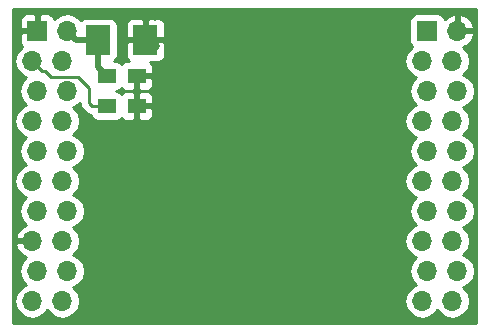
<source format=gbl>
G04 #@! TF.GenerationSoftware,KiCad,Pcbnew,no-vcs-found-08c4a0b~58~ubuntu16.04.1*
G04 #@! TF.CreationDate,2017-08-29T22:54:34+03:00*
G04 #@! TF.ProjectId,Bitsoko-ESP32-module-v2,426974736F6B6F2D45535033322D6D6F,1*
G04 #@! TF.SameCoordinates,Original
G04 #@! TF.FileFunction,Copper,L2,Bot,Signal*
G04 #@! TF.FilePolarity,Positive*
%FSLAX46Y46*%
G04 Gerber Fmt 4.6, Leading zero omitted, Abs format (unit mm)*
G04 Created by KiCad (PCBNEW no-vcs-found-08c4a0b~58~ubuntu16.04.1) date Tue Aug 29 22:54:34 2017*
%MOMM*%
%LPD*%
G01*
G04 APERTURE LIST*
%ADD10R,1.500000X1.250000*%
%ADD11R,2.000000X2.500000*%
%ADD12O,1.700000X1.700000*%
%ADD13R,1.700000X1.700000*%
%ADD14C,0.800000*%
%ADD15C,0.250000*%
%ADD16C,0.508000*%
%ADD17C,0.254000*%
G04 APERTURE END LIST*
D10*
X130536000Y-85090000D03*
X128036000Y-85090000D03*
X128036000Y-82550000D03*
X130536000Y-82550000D03*
D11*
X127286000Y-79502000D03*
X131286000Y-79502000D03*
D12*
X124256800Y-101600000D03*
X121716800Y-101600000D03*
X124663200Y-99060000D03*
X122123200Y-99060000D03*
X124256800Y-96520000D03*
X121716800Y-96520000D03*
X124663200Y-93980000D03*
X122123200Y-93980000D03*
X124256800Y-91440000D03*
X121716800Y-91440000D03*
X124663200Y-88900000D03*
X122123200Y-88900000D03*
X124256800Y-86360000D03*
X121716800Y-86360000D03*
X124663200Y-83820000D03*
X122123200Y-83820000D03*
X124256800Y-81280000D03*
X121716800Y-81280000D03*
X124663200Y-78740000D03*
D13*
X122123200Y-78740000D03*
X155143200Y-78740000D03*
D12*
X157683200Y-78740000D03*
X154736800Y-81280000D03*
X157276800Y-81280000D03*
X155143200Y-83820000D03*
X157683200Y-83820000D03*
X154736800Y-86360000D03*
X157276800Y-86360000D03*
X155143200Y-88900000D03*
X157683200Y-88900000D03*
X154736800Y-91440000D03*
X157276800Y-91440000D03*
X155143200Y-93980000D03*
X157683200Y-93980000D03*
X154736800Y-96520000D03*
X157276800Y-96520000D03*
X155143200Y-99060000D03*
X157683200Y-99060000D03*
X154736800Y-101600000D03*
X157276800Y-101600000D03*
D14*
X147320000Y-95250000D03*
X149860000Y-96520000D03*
X147320000Y-97790000D03*
X127000000Y-95250000D03*
X129540000Y-96520000D03*
X132080000Y-97790000D03*
X127000000Y-102870000D03*
X144780000Y-102870000D03*
X149860000Y-102870000D03*
X132080000Y-86360000D03*
X134620000Y-86360000D03*
X144780000Y-86360000D03*
X147320000Y-86360000D03*
X132080000Y-92710000D03*
X134620000Y-92710000D03*
X137160000Y-92710000D03*
X139700000Y-92710000D03*
X142240000Y-92710000D03*
X144780000Y-92710000D03*
X147320000Y-92710000D03*
X132080000Y-90170000D03*
X134620000Y-90170000D03*
X137160000Y-90170000D03*
X139700000Y-90170000D03*
X142240000Y-90170000D03*
X144780000Y-90170000D03*
X147320000Y-90170000D03*
X132080000Y-82550000D03*
X134620000Y-82550000D03*
X137160000Y-82550000D03*
X139700000Y-82550000D03*
X142240000Y-82550000D03*
X144780000Y-82550000D03*
X147320000Y-82550000D03*
X132080000Y-80010000D03*
X134620000Y-80010000D03*
X137160000Y-80010000D03*
X139700000Y-80010000D03*
X142240000Y-80010000D03*
X144780000Y-80010000D03*
X147320000Y-80010000D03*
X132080000Y-77470000D03*
X134620000Y-77470000D03*
X137160000Y-77470000D03*
X139700000Y-77470000D03*
X142240000Y-77470000D03*
X144780000Y-77470000D03*
X147320000Y-77470000D03*
X140462000Y-102616000D03*
X152146000Y-101854000D03*
X140716000Y-87630000D03*
X140716000Y-86360000D03*
X140716000Y-85090000D03*
X139319000Y-85090000D03*
X139319000Y-86360000D03*
X139319000Y-87630000D03*
X137922000Y-87630000D03*
X137922000Y-86360000D03*
X137922000Y-85090000D03*
D15*
X126492000Y-84836000D02*
X126746000Y-85090000D01*
X126746000Y-85090000D02*
X128036000Y-85090000D01*
X126492000Y-83566000D02*
X126492000Y-84836000D01*
X125570999Y-82644999D02*
X126492000Y-83566000D01*
X122769999Y-82129999D02*
X123284999Y-82644999D01*
X123284999Y-82644999D02*
X125570999Y-82644999D01*
X121716800Y-81280000D02*
X122566799Y-82129999D01*
X122566799Y-82129999D02*
X122769999Y-82129999D01*
D16*
X127286000Y-79502000D02*
X127286000Y-81800000D01*
X127286000Y-81800000D02*
X128036000Y-82550000D01*
X127286000Y-79502000D02*
X125425200Y-79502000D01*
X125425200Y-79502000D02*
X124663200Y-78740000D01*
D17*
G36*
X159310000Y-103430000D02*
X120090000Y-103430000D01*
X120090000Y-81280000D01*
X120202707Y-81280000D01*
X120315746Y-81848285D01*
X120637653Y-82330054D01*
X121119422Y-82651961D01*
X121197413Y-82667474D01*
X121044053Y-82769946D01*
X120722146Y-83251715D01*
X120609107Y-83820000D01*
X120722146Y-84388285D01*
X121044053Y-84870054D01*
X121197413Y-84972526D01*
X121119422Y-84988039D01*
X120637653Y-85309946D01*
X120315746Y-85791715D01*
X120202707Y-86360000D01*
X120315746Y-86928285D01*
X120637653Y-87410054D01*
X121119422Y-87731961D01*
X121197413Y-87747474D01*
X121044053Y-87849946D01*
X120722146Y-88331715D01*
X120609107Y-88900000D01*
X120722146Y-89468285D01*
X121044053Y-89950054D01*
X121197413Y-90052526D01*
X121119422Y-90068039D01*
X120637653Y-90389946D01*
X120315746Y-90871715D01*
X120202707Y-91440000D01*
X120315746Y-92008285D01*
X120637653Y-92490054D01*
X121119422Y-92811961D01*
X121197413Y-92827474D01*
X121044053Y-92929946D01*
X120722146Y-93411715D01*
X120609107Y-93980000D01*
X120722146Y-94548285D01*
X121044053Y-95030054D01*
X121217012Y-95145622D01*
X120835442Y-95324817D01*
X120445155Y-95753076D01*
X120275324Y-96163110D01*
X120396645Y-96393000D01*
X121589800Y-96393000D01*
X121589800Y-96373000D01*
X121843800Y-96373000D01*
X121843800Y-96393000D01*
X121863800Y-96393000D01*
X121863800Y-96647000D01*
X121843800Y-96647000D01*
X121843800Y-96667000D01*
X121589800Y-96667000D01*
X121589800Y-96647000D01*
X120396645Y-96647000D01*
X120275324Y-96876890D01*
X120445155Y-97286924D01*
X120835442Y-97715183D01*
X121217012Y-97894378D01*
X121044053Y-98009946D01*
X120722146Y-98491715D01*
X120609107Y-99060000D01*
X120722146Y-99628285D01*
X121044053Y-100110054D01*
X121197413Y-100212526D01*
X121119422Y-100228039D01*
X120637653Y-100549946D01*
X120315746Y-101031715D01*
X120202707Y-101600000D01*
X120315746Y-102168285D01*
X120637653Y-102650054D01*
X121119422Y-102971961D01*
X121687707Y-103085000D01*
X121745893Y-103085000D01*
X122314178Y-102971961D01*
X122795947Y-102650054D01*
X122986800Y-102364422D01*
X123177653Y-102650054D01*
X123659422Y-102971961D01*
X124227707Y-103085000D01*
X124285893Y-103085000D01*
X124854178Y-102971961D01*
X125335947Y-102650054D01*
X125657854Y-102168285D01*
X125770893Y-101600000D01*
X125657854Y-101031715D01*
X125335947Y-100549946D01*
X125182587Y-100447474D01*
X125260578Y-100431961D01*
X125742347Y-100110054D01*
X126064254Y-99628285D01*
X126177293Y-99060000D01*
X126064254Y-98491715D01*
X125742347Y-98009946D01*
X125260578Y-97688039D01*
X125182587Y-97672526D01*
X125335947Y-97570054D01*
X125657854Y-97088285D01*
X125770893Y-96520000D01*
X125657854Y-95951715D01*
X125335947Y-95469946D01*
X125182587Y-95367474D01*
X125260578Y-95351961D01*
X125742347Y-95030054D01*
X126064254Y-94548285D01*
X126177293Y-93980000D01*
X126064254Y-93411715D01*
X125742347Y-92929946D01*
X125260578Y-92608039D01*
X125182587Y-92592526D01*
X125335947Y-92490054D01*
X125657854Y-92008285D01*
X125770893Y-91440000D01*
X125657854Y-90871715D01*
X125335947Y-90389946D01*
X125182587Y-90287474D01*
X125260578Y-90271961D01*
X125742347Y-89950054D01*
X126064254Y-89468285D01*
X126177293Y-88900000D01*
X126064254Y-88331715D01*
X125742347Y-87849946D01*
X125260578Y-87528039D01*
X125182587Y-87512526D01*
X125335947Y-87410054D01*
X125657854Y-86928285D01*
X125770893Y-86360000D01*
X125657854Y-85791715D01*
X125335947Y-85309946D01*
X125182587Y-85207474D01*
X125260578Y-85191961D01*
X125739193Y-84872161D01*
X125789852Y-85126839D01*
X125954599Y-85373401D01*
X126208599Y-85627401D01*
X126455160Y-85792148D01*
X126662093Y-85833310D01*
X126687843Y-85962765D01*
X126828191Y-86172809D01*
X127038235Y-86313157D01*
X127286000Y-86362440D01*
X128786000Y-86362440D01*
X129033765Y-86313157D01*
X129243809Y-86172809D01*
X129284654Y-86111680D01*
X129426302Y-86253327D01*
X129659691Y-86350000D01*
X130250250Y-86350000D01*
X130409000Y-86191250D01*
X130409000Y-85217000D01*
X130663000Y-85217000D01*
X130663000Y-86191250D01*
X130821750Y-86350000D01*
X131412309Y-86350000D01*
X131645698Y-86253327D01*
X131824327Y-86074699D01*
X131921000Y-85841310D01*
X131921000Y-85375750D01*
X131762250Y-85217000D01*
X130663000Y-85217000D01*
X130409000Y-85217000D01*
X130389000Y-85217000D01*
X130389000Y-84963000D01*
X130409000Y-84963000D01*
X130409000Y-83988750D01*
X130663000Y-83988750D01*
X130663000Y-84963000D01*
X131762250Y-84963000D01*
X131921000Y-84804250D01*
X131921000Y-84338690D01*
X131824327Y-84105301D01*
X131645698Y-83926673D01*
X131412309Y-83830000D01*
X130821750Y-83830000D01*
X130663000Y-83988750D01*
X130409000Y-83988750D01*
X130250250Y-83830000D01*
X129659691Y-83830000D01*
X129426302Y-83926673D01*
X129284654Y-84068320D01*
X129243809Y-84007191D01*
X129033765Y-83866843D01*
X128798267Y-83820000D01*
X129033765Y-83773157D01*
X129243809Y-83632809D01*
X129284654Y-83571680D01*
X129426302Y-83713327D01*
X129659691Y-83810000D01*
X130250250Y-83810000D01*
X130409000Y-83651250D01*
X130409000Y-82677000D01*
X130663000Y-82677000D01*
X130663000Y-83651250D01*
X130821750Y-83810000D01*
X131412309Y-83810000D01*
X131645698Y-83713327D01*
X131824327Y-83534699D01*
X131921000Y-83301310D01*
X131921000Y-82835750D01*
X131762250Y-82677000D01*
X130663000Y-82677000D01*
X130409000Y-82677000D01*
X130389000Y-82677000D01*
X130389000Y-82423000D01*
X130409000Y-82423000D01*
X130409000Y-82403000D01*
X130663000Y-82403000D01*
X130663000Y-82423000D01*
X131762250Y-82423000D01*
X131921000Y-82264250D01*
X131921000Y-81798690D01*
X131824327Y-81565301D01*
X131646025Y-81387000D01*
X132412309Y-81387000D01*
X132645698Y-81290327D01*
X132656025Y-81280000D01*
X153222707Y-81280000D01*
X153335746Y-81848285D01*
X153657653Y-82330054D01*
X154139422Y-82651961D01*
X154217413Y-82667474D01*
X154064053Y-82769946D01*
X153742146Y-83251715D01*
X153629107Y-83820000D01*
X153742146Y-84388285D01*
X154064053Y-84870054D01*
X154217413Y-84972526D01*
X154139422Y-84988039D01*
X153657653Y-85309946D01*
X153335746Y-85791715D01*
X153222707Y-86360000D01*
X153335746Y-86928285D01*
X153657653Y-87410054D01*
X154139422Y-87731961D01*
X154217413Y-87747474D01*
X154064053Y-87849946D01*
X153742146Y-88331715D01*
X153629107Y-88900000D01*
X153742146Y-89468285D01*
X154064053Y-89950054D01*
X154217413Y-90052526D01*
X154139422Y-90068039D01*
X153657653Y-90389946D01*
X153335746Y-90871715D01*
X153222707Y-91440000D01*
X153335746Y-92008285D01*
X153657653Y-92490054D01*
X154139422Y-92811961D01*
X154217413Y-92827474D01*
X154064053Y-92929946D01*
X153742146Y-93411715D01*
X153629107Y-93980000D01*
X153742146Y-94548285D01*
X154064053Y-95030054D01*
X154217413Y-95132526D01*
X154139422Y-95148039D01*
X153657653Y-95469946D01*
X153335746Y-95951715D01*
X153222707Y-96520000D01*
X153335746Y-97088285D01*
X153657653Y-97570054D01*
X154139422Y-97891961D01*
X154217413Y-97907474D01*
X154064053Y-98009946D01*
X153742146Y-98491715D01*
X153629107Y-99060000D01*
X153742146Y-99628285D01*
X154064053Y-100110054D01*
X154217413Y-100212526D01*
X154139422Y-100228039D01*
X153657653Y-100549946D01*
X153335746Y-101031715D01*
X153222707Y-101600000D01*
X153335746Y-102168285D01*
X153657653Y-102650054D01*
X154139422Y-102971961D01*
X154707707Y-103085000D01*
X154765893Y-103085000D01*
X155334178Y-102971961D01*
X155815947Y-102650054D01*
X156006800Y-102364422D01*
X156197653Y-102650054D01*
X156679422Y-102971961D01*
X157247707Y-103085000D01*
X157305893Y-103085000D01*
X157874178Y-102971961D01*
X158355947Y-102650054D01*
X158677854Y-102168285D01*
X158790893Y-101600000D01*
X158677854Y-101031715D01*
X158355947Y-100549946D01*
X158202587Y-100447474D01*
X158280578Y-100431961D01*
X158762347Y-100110054D01*
X159084254Y-99628285D01*
X159197293Y-99060000D01*
X159084254Y-98491715D01*
X158762347Y-98009946D01*
X158280578Y-97688039D01*
X158202587Y-97672526D01*
X158355947Y-97570054D01*
X158677854Y-97088285D01*
X158790893Y-96520000D01*
X158677854Y-95951715D01*
X158355947Y-95469946D01*
X158202587Y-95367474D01*
X158280578Y-95351961D01*
X158762347Y-95030054D01*
X159084254Y-94548285D01*
X159197293Y-93980000D01*
X159084254Y-93411715D01*
X158762347Y-92929946D01*
X158280578Y-92608039D01*
X158202587Y-92592526D01*
X158355947Y-92490054D01*
X158677854Y-92008285D01*
X158790893Y-91440000D01*
X158677854Y-90871715D01*
X158355947Y-90389946D01*
X158202587Y-90287474D01*
X158280578Y-90271961D01*
X158762347Y-89950054D01*
X159084254Y-89468285D01*
X159197293Y-88900000D01*
X159084254Y-88331715D01*
X158762347Y-87849946D01*
X158280578Y-87528039D01*
X158202587Y-87512526D01*
X158355947Y-87410054D01*
X158677854Y-86928285D01*
X158790893Y-86360000D01*
X158677854Y-85791715D01*
X158355947Y-85309946D01*
X158202587Y-85207474D01*
X158280578Y-85191961D01*
X158762347Y-84870054D01*
X159084254Y-84388285D01*
X159197293Y-83820000D01*
X159084254Y-83251715D01*
X158762347Y-82769946D01*
X158280578Y-82448039D01*
X158202587Y-82432526D01*
X158355947Y-82330054D01*
X158677854Y-81848285D01*
X158790893Y-81280000D01*
X158677854Y-80711715D01*
X158355947Y-80229946D01*
X158182988Y-80114378D01*
X158564558Y-79935183D01*
X158954845Y-79506924D01*
X159124676Y-79096890D01*
X159003355Y-78867000D01*
X157810200Y-78867000D01*
X157810200Y-78887000D01*
X157556200Y-78887000D01*
X157556200Y-78867000D01*
X157536200Y-78867000D01*
X157536200Y-78613000D01*
X157556200Y-78613000D01*
X157556200Y-77419181D01*
X157810200Y-77419181D01*
X157810200Y-78613000D01*
X159003355Y-78613000D01*
X159124676Y-78383110D01*
X158954845Y-77973076D01*
X158564558Y-77544817D01*
X158040092Y-77298514D01*
X157810200Y-77419181D01*
X157556200Y-77419181D01*
X157326308Y-77298514D01*
X156801842Y-77544817D01*
X156613161Y-77751855D01*
X156591357Y-77642235D01*
X156451009Y-77432191D01*
X156240965Y-77291843D01*
X155993200Y-77242560D01*
X154293200Y-77242560D01*
X154045435Y-77291843D01*
X153835391Y-77432191D01*
X153695043Y-77642235D01*
X153645760Y-77890000D01*
X153645760Y-79590000D01*
X153695043Y-79837765D01*
X153835391Y-80047809D01*
X153882816Y-80079497D01*
X153657653Y-80229946D01*
X153335746Y-80711715D01*
X153222707Y-81280000D01*
X132656025Y-81280000D01*
X132824327Y-81111699D01*
X132921000Y-80878310D01*
X132921000Y-79787750D01*
X132762250Y-79629000D01*
X131413000Y-79629000D01*
X131413000Y-79649000D01*
X131159000Y-79649000D01*
X131159000Y-79629000D01*
X129809750Y-79629000D01*
X129651000Y-79787750D01*
X129651000Y-80878310D01*
X129747673Y-81111699D01*
X129925975Y-81290000D01*
X129659691Y-81290000D01*
X129426302Y-81386673D01*
X129284654Y-81528320D01*
X129243809Y-81467191D01*
X129033765Y-81326843D01*
X128786000Y-81277560D01*
X128642413Y-81277560D01*
X128743809Y-81209809D01*
X128884157Y-80999765D01*
X128933440Y-80752000D01*
X128933440Y-78252000D01*
X128908316Y-78125690D01*
X129651000Y-78125690D01*
X129651000Y-79216250D01*
X129809750Y-79375000D01*
X131159000Y-79375000D01*
X131159000Y-77775750D01*
X131413000Y-77775750D01*
X131413000Y-79375000D01*
X132762250Y-79375000D01*
X132921000Y-79216250D01*
X132921000Y-78125690D01*
X132824327Y-77892301D01*
X132645698Y-77713673D01*
X132412309Y-77617000D01*
X131571750Y-77617000D01*
X131413000Y-77775750D01*
X131159000Y-77775750D01*
X131000250Y-77617000D01*
X130159691Y-77617000D01*
X129926302Y-77713673D01*
X129747673Y-77892301D01*
X129651000Y-78125690D01*
X128908316Y-78125690D01*
X128884157Y-78004235D01*
X128743809Y-77794191D01*
X128533765Y-77653843D01*
X128286000Y-77604560D01*
X126286000Y-77604560D01*
X126038235Y-77653843D01*
X125828191Y-77794191D01*
X125820096Y-77806306D01*
X125742347Y-77689946D01*
X125260578Y-77368039D01*
X124692293Y-77255000D01*
X124634107Y-77255000D01*
X124065822Y-77368039D01*
X123584053Y-77689946D01*
X123580103Y-77695858D01*
X123511527Y-77530301D01*
X123332898Y-77351673D01*
X123099509Y-77255000D01*
X122408950Y-77255000D01*
X122250200Y-77413750D01*
X122250200Y-78613000D01*
X122270200Y-78613000D01*
X122270200Y-78867000D01*
X122250200Y-78867000D01*
X122250200Y-78887000D01*
X121996200Y-78887000D01*
X121996200Y-78867000D01*
X120796950Y-78867000D01*
X120638200Y-79025750D01*
X120638200Y-79716310D01*
X120734873Y-79949699D01*
X120863929Y-80078754D01*
X120637653Y-80229946D01*
X120315746Y-80711715D01*
X120202707Y-81280000D01*
X120090000Y-81280000D01*
X120090000Y-77763690D01*
X120638200Y-77763690D01*
X120638200Y-78454250D01*
X120796950Y-78613000D01*
X121996200Y-78613000D01*
X121996200Y-77413750D01*
X121837450Y-77255000D01*
X121146891Y-77255000D01*
X120913502Y-77351673D01*
X120734873Y-77530301D01*
X120638200Y-77763690D01*
X120090000Y-77763690D01*
X120090000Y-76910000D01*
X159310000Y-76910000D01*
X159310000Y-103430000D01*
X159310000Y-103430000D01*
G37*
X159310000Y-103430000D02*
X120090000Y-103430000D01*
X120090000Y-81280000D01*
X120202707Y-81280000D01*
X120315746Y-81848285D01*
X120637653Y-82330054D01*
X121119422Y-82651961D01*
X121197413Y-82667474D01*
X121044053Y-82769946D01*
X120722146Y-83251715D01*
X120609107Y-83820000D01*
X120722146Y-84388285D01*
X121044053Y-84870054D01*
X121197413Y-84972526D01*
X121119422Y-84988039D01*
X120637653Y-85309946D01*
X120315746Y-85791715D01*
X120202707Y-86360000D01*
X120315746Y-86928285D01*
X120637653Y-87410054D01*
X121119422Y-87731961D01*
X121197413Y-87747474D01*
X121044053Y-87849946D01*
X120722146Y-88331715D01*
X120609107Y-88900000D01*
X120722146Y-89468285D01*
X121044053Y-89950054D01*
X121197413Y-90052526D01*
X121119422Y-90068039D01*
X120637653Y-90389946D01*
X120315746Y-90871715D01*
X120202707Y-91440000D01*
X120315746Y-92008285D01*
X120637653Y-92490054D01*
X121119422Y-92811961D01*
X121197413Y-92827474D01*
X121044053Y-92929946D01*
X120722146Y-93411715D01*
X120609107Y-93980000D01*
X120722146Y-94548285D01*
X121044053Y-95030054D01*
X121217012Y-95145622D01*
X120835442Y-95324817D01*
X120445155Y-95753076D01*
X120275324Y-96163110D01*
X120396645Y-96393000D01*
X121589800Y-96393000D01*
X121589800Y-96373000D01*
X121843800Y-96373000D01*
X121843800Y-96393000D01*
X121863800Y-96393000D01*
X121863800Y-96647000D01*
X121843800Y-96647000D01*
X121843800Y-96667000D01*
X121589800Y-96667000D01*
X121589800Y-96647000D01*
X120396645Y-96647000D01*
X120275324Y-96876890D01*
X120445155Y-97286924D01*
X120835442Y-97715183D01*
X121217012Y-97894378D01*
X121044053Y-98009946D01*
X120722146Y-98491715D01*
X120609107Y-99060000D01*
X120722146Y-99628285D01*
X121044053Y-100110054D01*
X121197413Y-100212526D01*
X121119422Y-100228039D01*
X120637653Y-100549946D01*
X120315746Y-101031715D01*
X120202707Y-101600000D01*
X120315746Y-102168285D01*
X120637653Y-102650054D01*
X121119422Y-102971961D01*
X121687707Y-103085000D01*
X121745893Y-103085000D01*
X122314178Y-102971961D01*
X122795947Y-102650054D01*
X122986800Y-102364422D01*
X123177653Y-102650054D01*
X123659422Y-102971961D01*
X124227707Y-103085000D01*
X124285893Y-103085000D01*
X124854178Y-102971961D01*
X125335947Y-102650054D01*
X125657854Y-102168285D01*
X125770893Y-101600000D01*
X125657854Y-101031715D01*
X125335947Y-100549946D01*
X125182587Y-100447474D01*
X125260578Y-100431961D01*
X125742347Y-100110054D01*
X126064254Y-99628285D01*
X126177293Y-99060000D01*
X126064254Y-98491715D01*
X125742347Y-98009946D01*
X125260578Y-97688039D01*
X125182587Y-97672526D01*
X125335947Y-97570054D01*
X125657854Y-97088285D01*
X125770893Y-96520000D01*
X125657854Y-95951715D01*
X125335947Y-95469946D01*
X125182587Y-95367474D01*
X125260578Y-95351961D01*
X125742347Y-95030054D01*
X126064254Y-94548285D01*
X126177293Y-93980000D01*
X126064254Y-93411715D01*
X125742347Y-92929946D01*
X125260578Y-92608039D01*
X125182587Y-92592526D01*
X125335947Y-92490054D01*
X125657854Y-92008285D01*
X125770893Y-91440000D01*
X125657854Y-90871715D01*
X125335947Y-90389946D01*
X125182587Y-90287474D01*
X125260578Y-90271961D01*
X125742347Y-89950054D01*
X126064254Y-89468285D01*
X126177293Y-88900000D01*
X126064254Y-88331715D01*
X125742347Y-87849946D01*
X125260578Y-87528039D01*
X125182587Y-87512526D01*
X125335947Y-87410054D01*
X125657854Y-86928285D01*
X125770893Y-86360000D01*
X125657854Y-85791715D01*
X125335947Y-85309946D01*
X125182587Y-85207474D01*
X125260578Y-85191961D01*
X125739193Y-84872161D01*
X125789852Y-85126839D01*
X125954599Y-85373401D01*
X126208599Y-85627401D01*
X126455160Y-85792148D01*
X126662093Y-85833310D01*
X126687843Y-85962765D01*
X126828191Y-86172809D01*
X127038235Y-86313157D01*
X127286000Y-86362440D01*
X128786000Y-86362440D01*
X129033765Y-86313157D01*
X129243809Y-86172809D01*
X129284654Y-86111680D01*
X129426302Y-86253327D01*
X129659691Y-86350000D01*
X130250250Y-86350000D01*
X130409000Y-86191250D01*
X130409000Y-85217000D01*
X130663000Y-85217000D01*
X130663000Y-86191250D01*
X130821750Y-86350000D01*
X131412309Y-86350000D01*
X131645698Y-86253327D01*
X131824327Y-86074699D01*
X131921000Y-85841310D01*
X131921000Y-85375750D01*
X131762250Y-85217000D01*
X130663000Y-85217000D01*
X130409000Y-85217000D01*
X130389000Y-85217000D01*
X130389000Y-84963000D01*
X130409000Y-84963000D01*
X130409000Y-83988750D01*
X130663000Y-83988750D01*
X130663000Y-84963000D01*
X131762250Y-84963000D01*
X131921000Y-84804250D01*
X131921000Y-84338690D01*
X131824327Y-84105301D01*
X131645698Y-83926673D01*
X131412309Y-83830000D01*
X130821750Y-83830000D01*
X130663000Y-83988750D01*
X130409000Y-83988750D01*
X130250250Y-83830000D01*
X129659691Y-83830000D01*
X129426302Y-83926673D01*
X129284654Y-84068320D01*
X129243809Y-84007191D01*
X129033765Y-83866843D01*
X128798267Y-83820000D01*
X129033765Y-83773157D01*
X129243809Y-83632809D01*
X129284654Y-83571680D01*
X129426302Y-83713327D01*
X129659691Y-83810000D01*
X130250250Y-83810000D01*
X130409000Y-83651250D01*
X130409000Y-82677000D01*
X130663000Y-82677000D01*
X130663000Y-83651250D01*
X130821750Y-83810000D01*
X131412309Y-83810000D01*
X131645698Y-83713327D01*
X131824327Y-83534699D01*
X131921000Y-83301310D01*
X131921000Y-82835750D01*
X131762250Y-82677000D01*
X130663000Y-82677000D01*
X130409000Y-82677000D01*
X130389000Y-82677000D01*
X130389000Y-82423000D01*
X130409000Y-82423000D01*
X130409000Y-82403000D01*
X130663000Y-82403000D01*
X130663000Y-82423000D01*
X131762250Y-82423000D01*
X131921000Y-82264250D01*
X131921000Y-81798690D01*
X131824327Y-81565301D01*
X131646025Y-81387000D01*
X132412309Y-81387000D01*
X132645698Y-81290327D01*
X132656025Y-81280000D01*
X153222707Y-81280000D01*
X153335746Y-81848285D01*
X153657653Y-82330054D01*
X154139422Y-82651961D01*
X154217413Y-82667474D01*
X154064053Y-82769946D01*
X153742146Y-83251715D01*
X153629107Y-83820000D01*
X153742146Y-84388285D01*
X154064053Y-84870054D01*
X154217413Y-84972526D01*
X154139422Y-84988039D01*
X153657653Y-85309946D01*
X153335746Y-85791715D01*
X153222707Y-86360000D01*
X153335746Y-86928285D01*
X153657653Y-87410054D01*
X154139422Y-87731961D01*
X154217413Y-87747474D01*
X154064053Y-87849946D01*
X153742146Y-88331715D01*
X153629107Y-88900000D01*
X153742146Y-89468285D01*
X154064053Y-89950054D01*
X154217413Y-90052526D01*
X154139422Y-90068039D01*
X153657653Y-90389946D01*
X153335746Y-90871715D01*
X153222707Y-91440000D01*
X153335746Y-92008285D01*
X153657653Y-92490054D01*
X154139422Y-92811961D01*
X154217413Y-92827474D01*
X154064053Y-92929946D01*
X153742146Y-93411715D01*
X153629107Y-93980000D01*
X153742146Y-94548285D01*
X154064053Y-95030054D01*
X154217413Y-95132526D01*
X154139422Y-95148039D01*
X153657653Y-95469946D01*
X153335746Y-95951715D01*
X153222707Y-96520000D01*
X153335746Y-97088285D01*
X153657653Y-97570054D01*
X154139422Y-97891961D01*
X154217413Y-97907474D01*
X154064053Y-98009946D01*
X153742146Y-98491715D01*
X153629107Y-99060000D01*
X153742146Y-99628285D01*
X154064053Y-100110054D01*
X154217413Y-100212526D01*
X154139422Y-100228039D01*
X153657653Y-100549946D01*
X153335746Y-101031715D01*
X153222707Y-101600000D01*
X153335746Y-102168285D01*
X153657653Y-102650054D01*
X154139422Y-102971961D01*
X154707707Y-103085000D01*
X154765893Y-103085000D01*
X155334178Y-102971961D01*
X155815947Y-102650054D01*
X156006800Y-102364422D01*
X156197653Y-102650054D01*
X156679422Y-102971961D01*
X157247707Y-103085000D01*
X157305893Y-103085000D01*
X157874178Y-102971961D01*
X158355947Y-102650054D01*
X158677854Y-102168285D01*
X158790893Y-101600000D01*
X158677854Y-101031715D01*
X158355947Y-100549946D01*
X158202587Y-100447474D01*
X158280578Y-100431961D01*
X158762347Y-100110054D01*
X159084254Y-99628285D01*
X159197293Y-99060000D01*
X159084254Y-98491715D01*
X158762347Y-98009946D01*
X158280578Y-97688039D01*
X158202587Y-97672526D01*
X158355947Y-97570054D01*
X158677854Y-97088285D01*
X158790893Y-96520000D01*
X158677854Y-95951715D01*
X158355947Y-95469946D01*
X158202587Y-95367474D01*
X158280578Y-95351961D01*
X158762347Y-95030054D01*
X159084254Y-94548285D01*
X159197293Y-93980000D01*
X159084254Y-93411715D01*
X158762347Y-92929946D01*
X158280578Y-92608039D01*
X158202587Y-92592526D01*
X158355947Y-92490054D01*
X158677854Y-92008285D01*
X158790893Y-91440000D01*
X158677854Y-90871715D01*
X158355947Y-90389946D01*
X158202587Y-90287474D01*
X158280578Y-90271961D01*
X158762347Y-89950054D01*
X159084254Y-89468285D01*
X159197293Y-88900000D01*
X159084254Y-88331715D01*
X158762347Y-87849946D01*
X158280578Y-87528039D01*
X158202587Y-87512526D01*
X158355947Y-87410054D01*
X158677854Y-86928285D01*
X158790893Y-86360000D01*
X158677854Y-85791715D01*
X158355947Y-85309946D01*
X158202587Y-85207474D01*
X158280578Y-85191961D01*
X158762347Y-84870054D01*
X159084254Y-84388285D01*
X159197293Y-83820000D01*
X159084254Y-83251715D01*
X158762347Y-82769946D01*
X158280578Y-82448039D01*
X158202587Y-82432526D01*
X158355947Y-82330054D01*
X158677854Y-81848285D01*
X158790893Y-81280000D01*
X158677854Y-80711715D01*
X158355947Y-80229946D01*
X158182988Y-80114378D01*
X158564558Y-79935183D01*
X158954845Y-79506924D01*
X159124676Y-79096890D01*
X159003355Y-78867000D01*
X157810200Y-78867000D01*
X157810200Y-78887000D01*
X157556200Y-78887000D01*
X157556200Y-78867000D01*
X157536200Y-78867000D01*
X157536200Y-78613000D01*
X157556200Y-78613000D01*
X157556200Y-77419181D01*
X157810200Y-77419181D01*
X157810200Y-78613000D01*
X159003355Y-78613000D01*
X159124676Y-78383110D01*
X158954845Y-77973076D01*
X158564558Y-77544817D01*
X158040092Y-77298514D01*
X157810200Y-77419181D01*
X157556200Y-77419181D01*
X157326308Y-77298514D01*
X156801842Y-77544817D01*
X156613161Y-77751855D01*
X156591357Y-77642235D01*
X156451009Y-77432191D01*
X156240965Y-77291843D01*
X155993200Y-77242560D01*
X154293200Y-77242560D01*
X154045435Y-77291843D01*
X153835391Y-77432191D01*
X153695043Y-77642235D01*
X153645760Y-77890000D01*
X153645760Y-79590000D01*
X153695043Y-79837765D01*
X153835391Y-80047809D01*
X153882816Y-80079497D01*
X153657653Y-80229946D01*
X153335746Y-80711715D01*
X153222707Y-81280000D01*
X132656025Y-81280000D01*
X132824327Y-81111699D01*
X132921000Y-80878310D01*
X132921000Y-79787750D01*
X132762250Y-79629000D01*
X131413000Y-79629000D01*
X131413000Y-79649000D01*
X131159000Y-79649000D01*
X131159000Y-79629000D01*
X129809750Y-79629000D01*
X129651000Y-79787750D01*
X129651000Y-80878310D01*
X129747673Y-81111699D01*
X129925975Y-81290000D01*
X129659691Y-81290000D01*
X129426302Y-81386673D01*
X129284654Y-81528320D01*
X129243809Y-81467191D01*
X129033765Y-81326843D01*
X128786000Y-81277560D01*
X128642413Y-81277560D01*
X128743809Y-81209809D01*
X128884157Y-80999765D01*
X128933440Y-80752000D01*
X128933440Y-78252000D01*
X128908316Y-78125690D01*
X129651000Y-78125690D01*
X129651000Y-79216250D01*
X129809750Y-79375000D01*
X131159000Y-79375000D01*
X131159000Y-77775750D01*
X131413000Y-77775750D01*
X131413000Y-79375000D01*
X132762250Y-79375000D01*
X132921000Y-79216250D01*
X132921000Y-78125690D01*
X132824327Y-77892301D01*
X132645698Y-77713673D01*
X132412309Y-77617000D01*
X131571750Y-77617000D01*
X131413000Y-77775750D01*
X131159000Y-77775750D01*
X131000250Y-77617000D01*
X130159691Y-77617000D01*
X129926302Y-77713673D01*
X129747673Y-77892301D01*
X129651000Y-78125690D01*
X128908316Y-78125690D01*
X128884157Y-78004235D01*
X128743809Y-77794191D01*
X128533765Y-77653843D01*
X128286000Y-77604560D01*
X126286000Y-77604560D01*
X126038235Y-77653843D01*
X125828191Y-77794191D01*
X125820096Y-77806306D01*
X125742347Y-77689946D01*
X125260578Y-77368039D01*
X124692293Y-77255000D01*
X124634107Y-77255000D01*
X124065822Y-77368039D01*
X123584053Y-77689946D01*
X123580103Y-77695858D01*
X123511527Y-77530301D01*
X123332898Y-77351673D01*
X123099509Y-77255000D01*
X122408950Y-77255000D01*
X122250200Y-77413750D01*
X122250200Y-78613000D01*
X122270200Y-78613000D01*
X122270200Y-78867000D01*
X122250200Y-78867000D01*
X122250200Y-78887000D01*
X121996200Y-78887000D01*
X121996200Y-78867000D01*
X120796950Y-78867000D01*
X120638200Y-79025750D01*
X120638200Y-79716310D01*
X120734873Y-79949699D01*
X120863929Y-80078754D01*
X120637653Y-80229946D01*
X120315746Y-80711715D01*
X120202707Y-81280000D01*
X120090000Y-81280000D01*
X120090000Y-77763690D01*
X120638200Y-77763690D01*
X120638200Y-78454250D01*
X120796950Y-78613000D01*
X121996200Y-78613000D01*
X121996200Y-77413750D01*
X121837450Y-77255000D01*
X121146891Y-77255000D01*
X120913502Y-77351673D01*
X120734873Y-77530301D01*
X120638200Y-77763690D01*
X120090000Y-77763690D01*
X120090000Y-76910000D01*
X159310000Y-76910000D01*
X159310000Y-103430000D01*
M02*

</source>
